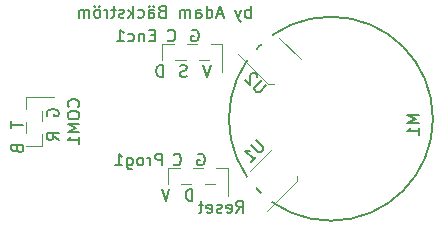
<source format=gbo>
G04 #@! TF.GenerationSoftware,KiCad,Pcbnew,7.0.5-7.0.5~ubuntu22.04.1*
G04 #@! TF.CreationDate,2023-07-07T16:24:56+02:00*
G04 #@! TF.ProjectId,combined,636f6d62-696e-4656-942e-6b696361645f,rev?*
G04 #@! TF.SameCoordinates,Original*
G04 #@! TF.FileFunction,Legend,Bot*
G04 #@! TF.FilePolarity,Positive*
%FSLAX46Y46*%
G04 Gerber Fmt 4.6, Leading zero omitted, Abs format (unit mm)*
G04 Created by KiCad (PCBNEW 7.0.5-7.0.5~ubuntu22.04.1) date 2023-07-07 16:24:56*
%MOMM*%
%LPD*%
G01*
G04 APERTURE LIST*
G04 Aperture macros list*
%AMRoundRect*
0 Rectangle with rounded corners*
0 $1 Rounding radius*
0 $2 $3 $4 $5 $6 $7 $8 $9 X,Y pos of 4 corners*
0 Add a 4 corners polygon primitive as box body*
4,1,4,$2,$3,$4,$5,$6,$7,$8,$9,$2,$3,0*
0 Add four circle primitives for the rounded corners*
1,1,$1+$1,$2,$3*
1,1,$1+$1,$4,$5*
1,1,$1+$1,$6,$7*
1,1,$1+$1,$8,$9*
0 Add four rect primitives between the rounded corners*
20,1,$1+$1,$2,$3,$4,$5,0*
20,1,$1+$1,$4,$5,$6,$7,0*
20,1,$1+$1,$6,$7,$8,$9,0*
20,1,$1+$1,$8,$9,$2,$3,0*%
%AMHorizOval*
0 Thick line with rounded ends*
0 $1 width*
0 $2 $3 position (X,Y) of the first rounded end (center of the circle)*
0 $4 $5 position (X,Y) of the second rounded end (center of the circle)*
0 Add line between two ends*
20,1,$1,$2,$3,$4,$5,0*
0 Add two circle primitives to create the rounded ends*
1,1,$1,$2,$3*
1,1,$1,$4,$5*%
G04 Aperture macros list end*
%ADD10C,0.150000*%
%ADD11C,0.120000*%
%ADD12O,1.550000X0.890000*%
%ADD13O,0.950000X1.250000*%
%ADD14R,1.750000X0.600000*%
%ADD15R,0.600000X1.750000*%
%ADD16C,3.500000*%
%ADD17RoundRect,0.249700X0.566110X0.141421X0.141421X0.566110X-0.566110X-0.141421X-0.141421X-0.566110X0*%
%ADD18HorizOval,1.100000X0.141421X0.141421X-0.141421X-0.141421X0*%
%ADD19RoundRect,0.249700X0.141421X-0.566110X0.566110X-0.141421X-0.141421X0.566110X-0.566110X0.141421X0*%
%ADD20HorizOval,1.100000X-0.141421X0.141421X0.141421X-0.141421X0*%
G04 APERTURE END LIST*
D10*
X77954819Y-33964286D02*
X77954819Y-34535714D01*
X78954819Y-34250000D02*
X77954819Y-34250000D01*
X91690476Y-37609580D02*
X91738095Y-37657200D01*
X91738095Y-37657200D02*
X91880952Y-37704819D01*
X91880952Y-37704819D02*
X91976190Y-37704819D01*
X91976190Y-37704819D02*
X92119047Y-37657200D01*
X92119047Y-37657200D02*
X92214285Y-37561961D01*
X92214285Y-37561961D02*
X92261904Y-37466723D01*
X92261904Y-37466723D02*
X92309523Y-37276247D01*
X92309523Y-37276247D02*
X92309523Y-37133390D01*
X92309523Y-37133390D02*
X92261904Y-36942914D01*
X92261904Y-36942914D02*
X92214285Y-36847676D01*
X92214285Y-36847676D02*
X92119047Y-36752438D01*
X92119047Y-36752438D02*
X91976190Y-36704819D01*
X91976190Y-36704819D02*
X91880952Y-36704819D01*
X91880952Y-36704819D02*
X91738095Y-36752438D01*
X91738095Y-36752438D02*
X91690476Y-36800057D01*
X93738095Y-36752438D02*
X93833333Y-36704819D01*
X93833333Y-36704819D02*
X93976190Y-36704819D01*
X93976190Y-36704819D02*
X94119047Y-36752438D01*
X94119047Y-36752438D02*
X94214285Y-36847676D01*
X94214285Y-36847676D02*
X94261904Y-36942914D01*
X94261904Y-36942914D02*
X94309523Y-37133390D01*
X94309523Y-37133390D02*
X94309523Y-37276247D01*
X94309523Y-37276247D02*
X94261904Y-37466723D01*
X94261904Y-37466723D02*
X94214285Y-37561961D01*
X94214285Y-37561961D02*
X94119047Y-37657200D01*
X94119047Y-37657200D02*
X93976190Y-37704819D01*
X93976190Y-37704819D02*
X93880952Y-37704819D01*
X93880952Y-37704819D02*
X93738095Y-37657200D01*
X93738095Y-37657200D02*
X93690476Y-37609580D01*
X93690476Y-37609580D02*
X93690476Y-37276247D01*
X93690476Y-37276247D02*
X93880952Y-37276247D01*
X91333332Y-39704819D02*
X90999999Y-40704819D01*
X90999999Y-40704819D02*
X90666666Y-39704819D01*
X93261904Y-40704819D02*
X93261904Y-39704819D01*
X93261904Y-39704819D02*
X93023809Y-39704819D01*
X93023809Y-39704819D02*
X92880952Y-39752438D01*
X92880952Y-39752438D02*
X92785714Y-39847676D01*
X92785714Y-39847676D02*
X92738095Y-39942914D01*
X92738095Y-39942914D02*
X92690476Y-40133390D01*
X92690476Y-40133390D02*
X92690476Y-40276247D01*
X92690476Y-40276247D02*
X92738095Y-40466723D01*
X92738095Y-40466723D02*
X92785714Y-40561961D01*
X92785714Y-40561961D02*
X92880952Y-40657200D01*
X92880952Y-40657200D02*
X93023809Y-40704819D01*
X93023809Y-40704819D02*
X93261904Y-40704819D01*
X81954819Y-35559523D02*
X81478628Y-35226190D01*
X81954819Y-34988095D02*
X80954819Y-34988095D01*
X80954819Y-34988095D02*
X80954819Y-35369047D01*
X80954819Y-35369047D02*
X81002438Y-35464285D01*
X81002438Y-35464285D02*
X81050057Y-35511904D01*
X81050057Y-35511904D02*
X81145295Y-35559523D01*
X81145295Y-35559523D02*
X81288152Y-35559523D01*
X81288152Y-35559523D02*
X81383390Y-35511904D01*
X81383390Y-35511904D02*
X81431009Y-35464285D01*
X81431009Y-35464285D02*
X81478628Y-35369047D01*
X81478628Y-35369047D02*
X81478628Y-34988095D01*
X81002438Y-33511904D02*
X80954819Y-33416666D01*
X80954819Y-33416666D02*
X80954819Y-33273809D01*
X80954819Y-33273809D02*
X81002438Y-33130952D01*
X81002438Y-33130952D02*
X81097676Y-33035714D01*
X81097676Y-33035714D02*
X81192914Y-32988095D01*
X81192914Y-32988095D02*
X81383390Y-32940476D01*
X81383390Y-32940476D02*
X81526247Y-32940476D01*
X81526247Y-32940476D02*
X81716723Y-32988095D01*
X81716723Y-32988095D02*
X81811961Y-33035714D01*
X81811961Y-33035714D02*
X81907200Y-33130952D01*
X81907200Y-33130952D02*
X81954819Y-33273809D01*
X81954819Y-33273809D02*
X81954819Y-33369047D01*
X81954819Y-33369047D02*
X81907200Y-33511904D01*
X81907200Y-33511904D02*
X81859580Y-33559523D01*
X81859580Y-33559523D02*
X81526247Y-33559523D01*
X81526247Y-33559523D02*
X81526247Y-33369047D01*
X90761904Y-30204819D02*
X90761904Y-29204819D01*
X90761904Y-29204819D02*
X90523809Y-29204819D01*
X90523809Y-29204819D02*
X90380952Y-29252438D01*
X90380952Y-29252438D02*
X90285714Y-29347676D01*
X90285714Y-29347676D02*
X90238095Y-29442914D01*
X90238095Y-29442914D02*
X90190476Y-29633390D01*
X90190476Y-29633390D02*
X90190476Y-29776247D01*
X90190476Y-29776247D02*
X90238095Y-29966723D01*
X90238095Y-29966723D02*
X90285714Y-30061961D01*
X90285714Y-30061961D02*
X90380952Y-30157200D01*
X90380952Y-30157200D02*
X90523809Y-30204819D01*
X90523809Y-30204819D02*
X90761904Y-30204819D01*
X98193905Y-25194419D02*
X98193905Y-24194419D01*
X98193905Y-24575371D02*
X98098667Y-24527752D01*
X98098667Y-24527752D02*
X97908191Y-24527752D01*
X97908191Y-24527752D02*
X97812953Y-24575371D01*
X97812953Y-24575371D02*
X97765334Y-24622990D01*
X97765334Y-24622990D02*
X97717715Y-24718228D01*
X97717715Y-24718228D02*
X97717715Y-25003942D01*
X97717715Y-25003942D02*
X97765334Y-25099180D01*
X97765334Y-25099180D02*
X97812953Y-25146800D01*
X97812953Y-25146800D02*
X97908191Y-25194419D01*
X97908191Y-25194419D02*
X98098667Y-25194419D01*
X98098667Y-25194419D02*
X98193905Y-25146800D01*
X97384381Y-24527752D02*
X97146286Y-25194419D01*
X96908191Y-24527752D02*
X97146286Y-25194419D01*
X97146286Y-25194419D02*
X97241524Y-25432514D01*
X97241524Y-25432514D02*
X97289143Y-25480133D01*
X97289143Y-25480133D02*
X97384381Y-25527752D01*
X95812952Y-24908704D02*
X95336762Y-24908704D01*
X95908190Y-25194419D02*
X95574857Y-24194419D01*
X95574857Y-24194419D02*
X95241524Y-25194419D01*
X94479619Y-25194419D02*
X94479619Y-24194419D01*
X94479619Y-25146800D02*
X94574857Y-25194419D01*
X94574857Y-25194419D02*
X94765333Y-25194419D01*
X94765333Y-25194419D02*
X94860571Y-25146800D01*
X94860571Y-25146800D02*
X94908190Y-25099180D01*
X94908190Y-25099180D02*
X94955809Y-25003942D01*
X94955809Y-25003942D02*
X94955809Y-24718228D01*
X94955809Y-24718228D02*
X94908190Y-24622990D01*
X94908190Y-24622990D02*
X94860571Y-24575371D01*
X94860571Y-24575371D02*
X94765333Y-24527752D01*
X94765333Y-24527752D02*
X94574857Y-24527752D01*
X94574857Y-24527752D02*
X94479619Y-24575371D01*
X93574857Y-25194419D02*
X93574857Y-24670609D01*
X93574857Y-24670609D02*
X93622476Y-24575371D01*
X93622476Y-24575371D02*
X93717714Y-24527752D01*
X93717714Y-24527752D02*
X93908190Y-24527752D01*
X93908190Y-24527752D02*
X94003428Y-24575371D01*
X93574857Y-25146800D02*
X93670095Y-25194419D01*
X93670095Y-25194419D02*
X93908190Y-25194419D01*
X93908190Y-25194419D02*
X94003428Y-25146800D01*
X94003428Y-25146800D02*
X94051047Y-25051561D01*
X94051047Y-25051561D02*
X94051047Y-24956323D01*
X94051047Y-24956323D02*
X94003428Y-24861085D01*
X94003428Y-24861085D02*
X93908190Y-24813466D01*
X93908190Y-24813466D02*
X93670095Y-24813466D01*
X93670095Y-24813466D02*
X93574857Y-24765847D01*
X93098666Y-25194419D02*
X93098666Y-24527752D01*
X93098666Y-24622990D02*
X93051047Y-24575371D01*
X93051047Y-24575371D02*
X92955809Y-24527752D01*
X92955809Y-24527752D02*
X92812952Y-24527752D01*
X92812952Y-24527752D02*
X92717714Y-24575371D01*
X92717714Y-24575371D02*
X92670095Y-24670609D01*
X92670095Y-24670609D02*
X92670095Y-25194419D01*
X92670095Y-24670609D02*
X92622476Y-24575371D01*
X92622476Y-24575371D02*
X92527238Y-24527752D01*
X92527238Y-24527752D02*
X92384381Y-24527752D01*
X92384381Y-24527752D02*
X92289142Y-24575371D01*
X92289142Y-24575371D02*
X92241523Y-24670609D01*
X92241523Y-24670609D02*
X92241523Y-25194419D01*
X90670095Y-24670609D02*
X90527238Y-24718228D01*
X90527238Y-24718228D02*
X90479619Y-24765847D01*
X90479619Y-24765847D02*
X90432000Y-24861085D01*
X90432000Y-24861085D02*
X90432000Y-25003942D01*
X90432000Y-25003942D02*
X90479619Y-25099180D01*
X90479619Y-25099180D02*
X90527238Y-25146800D01*
X90527238Y-25146800D02*
X90622476Y-25194419D01*
X90622476Y-25194419D02*
X91003428Y-25194419D01*
X91003428Y-25194419D02*
X91003428Y-24194419D01*
X91003428Y-24194419D02*
X90670095Y-24194419D01*
X90670095Y-24194419D02*
X90574857Y-24242038D01*
X90574857Y-24242038D02*
X90527238Y-24289657D01*
X90527238Y-24289657D02*
X90479619Y-24384895D01*
X90479619Y-24384895D02*
X90479619Y-24480133D01*
X90479619Y-24480133D02*
X90527238Y-24575371D01*
X90527238Y-24575371D02*
X90574857Y-24622990D01*
X90574857Y-24622990D02*
X90670095Y-24670609D01*
X90670095Y-24670609D02*
X91003428Y-24670609D01*
X89574857Y-25194419D02*
X89574857Y-24670609D01*
X89574857Y-24670609D02*
X89622476Y-24575371D01*
X89622476Y-24575371D02*
X89717714Y-24527752D01*
X89717714Y-24527752D02*
X89908190Y-24527752D01*
X89908190Y-24527752D02*
X90003428Y-24575371D01*
X89574857Y-25146800D02*
X89670095Y-25194419D01*
X89670095Y-25194419D02*
X89908190Y-25194419D01*
X89908190Y-25194419D02*
X90003428Y-25146800D01*
X90003428Y-25146800D02*
X90051047Y-25051561D01*
X90051047Y-25051561D02*
X90051047Y-24956323D01*
X90051047Y-24956323D02*
X90003428Y-24861085D01*
X90003428Y-24861085D02*
X89908190Y-24813466D01*
X89908190Y-24813466D02*
X89670095Y-24813466D01*
X89670095Y-24813466D02*
X89574857Y-24765847D01*
X90003428Y-24194419D02*
X89955809Y-24242038D01*
X89955809Y-24242038D02*
X90003428Y-24289657D01*
X90003428Y-24289657D02*
X90051047Y-24242038D01*
X90051047Y-24242038D02*
X90003428Y-24194419D01*
X90003428Y-24194419D02*
X90003428Y-24289657D01*
X89622476Y-24194419D02*
X89574857Y-24242038D01*
X89574857Y-24242038D02*
X89622476Y-24289657D01*
X89622476Y-24289657D02*
X89670095Y-24242038D01*
X89670095Y-24242038D02*
X89622476Y-24194419D01*
X89622476Y-24194419D02*
X89622476Y-24289657D01*
X88670095Y-25146800D02*
X88765333Y-25194419D01*
X88765333Y-25194419D02*
X88955809Y-25194419D01*
X88955809Y-25194419D02*
X89051047Y-25146800D01*
X89051047Y-25146800D02*
X89098666Y-25099180D01*
X89098666Y-25099180D02*
X89146285Y-25003942D01*
X89146285Y-25003942D02*
X89146285Y-24718228D01*
X89146285Y-24718228D02*
X89098666Y-24622990D01*
X89098666Y-24622990D02*
X89051047Y-24575371D01*
X89051047Y-24575371D02*
X88955809Y-24527752D01*
X88955809Y-24527752D02*
X88765333Y-24527752D01*
X88765333Y-24527752D02*
X88670095Y-24575371D01*
X88241523Y-25194419D02*
X88241523Y-24194419D01*
X88146285Y-24813466D02*
X87860571Y-25194419D01*
X87860571Y-24527752D02*
X88241523Y-24908704D01*
X87479618Y-25146800D02*
X87384380Y-25194419D01*
X87384380Y-25194419D02*
X87193904Y-25194419D01*
X87193904Y-25194419D02*
X87098666Y-25146800D01*
X87098666Y-25146800D02*
X87051047Y-25051561D01*
X87051047Y-25051561D02*
X87051047Y-25003942D01*
X87051047Y-25003942D02*
X87098666Y-24908704D01*
X87098666Y-24908704D02*
X87193904Y-24861085D01*
X87193904Y-24861085D02*
X87336761Y-24861085D01*
X87336761Y-24861085D02*
X87431999Y-24813466D01*
X87431999Y-24813466D02*
X87479618Y-24718228D01*
X87479618Y-24718228D02*
X87479618Y-24670609D01*
X87479618Y-24670609D02*
X87431999Y-24575371D01*
X87431999Y-24575371D02*
X87336761Y-24527752D01*
X87336761Y-24527752D02*
X87193904Y-24527752D01*
X87193904Y-24527752D02*
X87098666Y-24575371D01*
X86765332Y-24527752D02*
X86384380Y-24527752D01*
X86622475Y-24194419D02*
X86622475Y-25051561D01*
X86622475Y-25051561D02*
X86574856Y-25146800D01*
X86574856Y-25146800D02*
X86479618Y-25194419D01*
X86479618Y-25194419D02*
X86384380Y-25194419D01*
X86051046Y-25194419D02*
X86051046Y-24527752D01*
X86051046Y-24718228D02*
X86003427Y-24622990D01*
X86003427Y-24622990D02*
X85955808Y-24575371D01*
X85955808Y-24575371D02*
X85860570Y-24527752D01*
X85860570Y-24527752D02*
X85765332Y-24527752D01*
X85289141Y-25194419D02*
X85384379Y-25146800D01*
X85384379Y-25146800D02*
X85431998Y-25099180D01*
X85431998Y-25099180D02*
X85479617Y-25003942D01*
X85479617Y-25003942D02*
X85479617Y-24718228D01*
X85479617Y-24718228D02*
X85431998Y-24622990D01*
X85431998Y-24622990D02*
X85384379Y-24575371D01*
X85384379Y-24575371D02*
X85289141Y-24527752D01*
X85289141Y-24527752D02*
X85146284Y-24527752D01*
X85146284Y-24527752D02*
X85051046Y-24575371D01*
X85051046Y-24575371D02*
X85003427Y-24622990D01*
X85003427Y-24622990D02*
X84955808Y-24718228D01*
X84955808Y-24718228D02*
X84955808Y-25003942D01*
X84955808Y-25003942D02*
X85003427Y-25099180D01*
X85003427Y-25099180D02*
X85051046Y-25146800D01*
X85051046Y-25146800D02*
X85146284Y-25194419D01*
X85146284Y-25194419D02*
X85289141Y-25194419D01*
X85384379Y-24194419D02*
X85336760Y-24242038D01*
X85336760Y-24242038D02*
X85384379Y-24289657D01*
X85384379Y-24289657D02*
X85431998Y-24242038D01*
X85431998Y-24242038D02*
X85384379Y-24194419D01*
X85384379Y-24194419D02*
X85384379Y-24289657D01*
X85003427Y-24194419D02*
X84955808Y-24242038D01*
X84955808Y-24242038D02*
X85003427Y-24289657D01*
X85003427Y-24289657D02*
X85051046Y-24242038D01*
X85051046Y-24242038D02*
X85003427Y-24194419D01*
X85003427Y-24194419D02*
X85003427Y-24289657D01*
X84527236Y-25194419D02*
X84527236Y-24527752D01*
X84527236Y-24622990D02*
X84479617Y-24575371D01*
X84479617Y-24575371D02*
X84384379Y-24527752D01*
X84384379Y-24527752D02*
X84241522Y-24527752D01*
X84241522Y-24527752D02*
X84146284Y-24575371D01*
X84146284Y-24575371D02*
X84098665Y-24670609D01*
X84098665Y-24670609D02*
X84098665Y-25194419D01*
X84098665Y-24670609D02*
X84051046Y-24575371D01*
X84051046Y-24575371D02*
X83955808Y-24527752D01*
X83955808Y-24527752D02*
X83812951Y-24527752D01*
X83812951Y-24527752D02*
X83717712Y-24575371D01*
X83717712Y-24575371D02*
X83670093Y-24670609D01*
X83670093Y-24670609D02*
X83670093Y-25194419D01*
X96988095Y-41704819D02*
X97321428Y-41228628D01*
X97559523Y-41704819D02*
X97559523Y-40704819D01*
X97559523Y-40704819D02*
X97178571Y-40704819D01*
X97178571Y-40704819D02*
X97083333Y-40752438D01*
X97083333Y-40752438D02*
X97035714Y-40800057D01*
X97035714Y-40800057D02*
X96988095Y-40895295D01*
X96988095Y-40895295D02*
X96988095Y-41038152D01*
X96988095Y-41038152D02*
X97035714Y-41133390D01*
X97035714Y-41133390D02*
X97083333Y-41181009D01*
X97083333Y-41181009D02*
X97178571Y-41228628D01*
X97178571Y-41228628D02*
X97559523Y-41228628D01*
X96178571Y-41657200D02*
X96273809Y-41704819D01*
X96273809Y-41704819D02*
X96464285Y-41704819D01*
X96464285Y-41704819D02*
X96559523Y-41657200D01*
X96559523Y-41657200D02*
X96607142Y-41561961D01*
X96607142Y-41561961D02*
X96607142Y-41181009D01*
X96607142Y-41181009D02*
X96559523Y-41085771D01*
X96559523Y-41085771D02*
X96464285Y-41038152D01*
X96464285Y-41038152D02*
X96273809Y-41038152D01*
X96273809Y-41038152D02*
X96178571Y-41085771D01*
X96178571Y-41085771D02*
X96130952Y-41181009D01*
X96130952Y-41181009D02*
X96130952Y-41276247D01*
X96130952Y-41276247D02*
X96607142Y-41371485D01*
X95749999Y-41657200D02*
X95654761Y-41704819D01*
X95654761Y-41704819D02*
X95464285Y-41704819D01*
X95464285Y-41704819D02*
X95369047Y-41657200D01*
X95369047Y-41657200D02*
X95321428Y-41561961D01*
X95321428Y-41561961D02*
X95321428Y-41514342D01*
X95321428Y-41514342D02*
X95369047Y-41419104D01*
X95369047Y-41419104D02*
X95464285Y-41371485D01*
X95464285Y-41371485D02*
X95607142Y-41371485D01*
X95607142Y-41371485D02*
X95702380Y-41323866D01*
X95702380Y-41323866D02*
X95749999Y-41228628D01*
X95749999Y-41228628D02*
X95749999Y-41181009D01*
X95749999Y-41181009D02*
X95702380Y-41085771D01*
X95702380Y-41085771D02*
X95607142Y-41038152D01*
X95607142Y-41038152D02*
X95464285Y-41038152D01*
X95464285Y-41038152D02*
X95369047Y-41085771D01*
X94511904Y-41657200D02*
X94607142Y-41704819D01*
X94607142Y-41704819D02*
X94797618Y-41704819D01*
X94797618Y-41704819D02*
X94892856Y-41657200D01*
X94892856Y-41657200D02*
X94940475Y-41561961D01*
X94940475Y-41561961D02*
X94940475Y-41181009D01*
X94940475Y-41181009D02*
X94892856Y-41085771D01*
X94892856Y-41085771D02*
X94797618Y-41038152D01*
X94797618Y-41038152D02*
X94607142Y-41038152D01*
X94607142Y-41038152D02*
X94511904Y-41085771D01*
X94511904Y-41085771D02*
X94464285Y-41181009D01*
X94464285Y-41181009D02*
X94464285Y-41276247D01*
X94464285Y-41276247D02*
X94940475Y-41371485D01*
X94178570Y-41038152D02*
X93797618Y-41038152D01*
X94035713Y-40704819D02*
X94035713Y-41561961D01*
X94035713Y-41561961D02*
X93988094Y-41657200D01*
X93988094Y-41657200D02*
X93892856Y-41704819D01*
X93892856Y-41704819D02*
X93797618Y-41704819D01*
X78431009Y-36321428D02*
X78478628Y-36464285D01*
X78478628Y-36464285D02*
X78526247Y-36511904D01*
X78526247Y-36511904D02*
X78621485Y-36559523D01*
X78621485Y-36559523D02*
X78764342Y-36559523D01*
X78764342Y-36559523D02*
X78859580Y-36511904D01*
X78859580Y-36511904D02*
X78907200Y-36464285D01*
X78907200Y-36464285D02*
X78954819Y-36369047D01*
X78954819Y-36369047D02*
X78954819Y-35988095D01*
X78954819Y-35988095D02*
X77954819Y-35988095D01*
X77954819Y-35988095D02*
X77954819Y-36321428D01*
X77954819Y-36321428D02*
X78002438Y-36416666D01*
X78002438Y-36416666D02*
X78050057Y-36464285D01*
X78050057Y-36464285D02*
X78145295Y-36511904D01*
X78145295Y-36511904D02*
X78240533Y-36511904D01*
X78240533Y-36511904D02*
X78335771Y-36464285D01*
X78335771Y-36464285D02*
X78383390Y-36416666D01*
X78383390Y-36416666D02*
X78431009Y-36321428D01*
X78431009Y-36321428D02*
X78431009Y-35988095D01*
X93238095Y-26252438D02*
X93333333Y-26204819D01*
X93333333Y-26204819D02*
X93476190Y-26204819D01*
X93476190Y-26204819D02*
X93619047Y-26252438D01*
X93619047Y-26252438D02*
X93714285Y-26347676D01*
X93714285Y-26347676D02*
X93761904Y-26442914D01*
X93761904Y-26442914D02*
X93809523Y-26633390D01*
X93809523Y-26633390D02*
X93809523Y-26776247D01*
X93809523Y-26776247D02*
X93761904Y-26966723D01*
X93761904Y-26966723D02*
X93714285Y-27061961D01*
X93714285Y-27061961D02*
X93619047Y-27157200D01*
X93619047Y-27157200D02*
X93476190Y-27204819D01*
X93476190Y-27204819D02*
X93380952Y-27204819D01*
X93380952Y-27204819D02*
X93238095Y-27157200D01*
X93238095Y-27157200D02*
X93190476Y-27109580D01*
X93190476Y-27109580D02*
X93190476Y-26776247D01*
X93190476Y-26776247D02*
X93380952Y-26776247D01*
X91190476Y-27109580D02*
X91238095Y-27157200D01*
X91238095Y-27157200D02*
X91380952Y-27204819D01*
X91380952Y-27204819D02*
X91476190Y-27204819D01*
X91476190Y-27204819D02*
X91619047Y-27157200D01*
X91619047Y-27157200D02*
X91714285Y-27061961D01*
X91714285Y-27061961D02*
X91761904Y-26966723D01*
X91761904Y-26966723D02*
X91809523Y-26776247D01*
X91809523Y-26776247D02*
X91809523Y-26633390D01*
X91809523Y-26633390D02*
X91761904Y-26442914D01*
X91761904Y-26442914D02*
X91714285Y-26347676D01*
X91714285Y-26347676D02*
X91619047Y-26252438D01*
X91619047Y-26252438D02*
X91476190Y-26204819D01*
X91476190Y-26204819D02*
X91380952Y-26204819D01*
X91380952Y-26204819D02*
X91238095Y-26252438D01*
X91238095Y-26252438D02*
X91190476Y-26300057D01*
X92785713Y-30157200D02*
X92642856Y-30204819D01*
X92642856Y-30204819D02*
X92404761Y-30204819D01*
X92404761Y-30204819D02*
X92309523Y-30157200D01*
X92309523Y-30157200D02*
X92261904Y-30109580D01*
X92261904Y-30109580D02*
X92214285Y-30014342D01*
X92214285Y-30014342D02*
X92214285Y-29919104D01*
X92214285Y-29919104D02*
X92261904Y-29823866D01*
X92261904Y-29823866D02*
X92309523Y-29776247D01*
X92309523Y-29776247D02*
X92404761Y-29728628D01*
X92404761Y-29728628D02*
X92595237Y-29681009D01*
X92595237Y-29681009D02*
X92690475Y-29633390D01*
X92690475Y-29633390D02*
X92738094Y-29585771D01*
X92738094Y-29585771D02*
X92785713Y-29490533D01*
X92785713Y-29490533D02*
X92785713Y-29395295D01*
X92785713Y-29395295D02*
X92738094Y-29300057D01*
X92738094Y-29300057D02*
X92690475Y-29252438D01*
X92690475Y-29252438D02*
X92595237Y-29204819D01*
X92595237Y-29204819D02*
X92357142Y-29204819D01*
X92357142Y-29204819D02*
X92214285Y-29252438D01*
X94833332Y-29204819D02*
X94499999Y-30204819D01*
X94499999Y-30204819D02*
X94166666Y-29204819D01*
X83609580Y-32738095D02*
X83657200Y-32690476D01*
X83657200Y-32690476D02*
X83704819Y-32547619D01*
X83704819Y-32547619D02*
X83704819Y-32452381D01*
X83704819Y-32452381D02*
X83657200Y-32309524D01*
X83657200Y-32309524D02*
X83561961Y-32214286D01*
X83561961Y-32214286D02*
X83466723Y-32166667D01*
X83466723Y-32166667D02*
X83276247Y-32119048D01*
X83276247Y-32119048D02*
X83133390Y-32119048D01*
X83133390Y-32119048D02*
X82942914Y-32166667D01*
X82942914Y-32166667D02*
X82847676Y-32214286D01*
X82847676Y-32214286D02*
X82752438Y-32309524D01*
X82752438Y-32309524D02*
X82704819Y-32452381D01*
X82704819Y-32452381D02*
X82704819Y-32547619D01*
X82704819Y-32547619D02*
X82752438Y-32690476D01*
X82752438Y-32690476D02*
X82800057Y-32738095D01*
X82704819Y-33357143D02*
X82704819Y-33547619D01*
X82704819Y-33547619D02*
X82752438Y-33642857D01*
X82752438Y-33642857D02*
X82847676Y-33738095D01*
X82847676Y-33738095D02*
X83038152Y-33785714D01*
X83038152Y-33785714D02*
X83371485Y-33785714D01*
X83371485Y-33785714D02*
X83561961Y-33738095D01*
X83561961Y-33738095D02*
X83657200Y-33642857D01*
X83657200Y-33642857D02*
X83704819Y-33547619D01*
X83704819Y-33547619D02*
X83704819Y-33357143D01*
X83704819Y-33357143D02*
X83657200Y-33261905D01*
X83657200Y-33261905D02*
X83561961Y-33166667D01*
X83561961Y-33166667D02*
X83371485Y-33119048D01*
X83371485Y-33119048D02*
X83038152Y-33119048D01*
X83038152Y-33119048D02*
X82847676Y-33166667D01*
X82847676Y-33166667D02*
X82752438Y-33261905D01*
X82752438Y-33261905D02*
X82704819Y-33357143D01*
X83704819Y-34214286D02*
X82704819Y-34214286D01*
X82704819Y-34214286D02*
X83419104Y-34547619D01*
X83419104Y-34547619D02*
X82704819Y-34880952D01*
X82704819Y-34880952D02*
X83704819Y-34880952D01*
X83704819Y-35880952D02*
X83704819Y-35309524D01*
X83704819Y-35595238D02*
X82704819Y-35595238D01*
X82704819Y-35595238D02*
X82847676Y-35500000D01*
X82847676Y-35500000D02*
X82942914Y-35404762D01*
X82942914Y-35404762D02*
X82990533Y-35309524D01*
X90702380Y-37704819D02*
X90702380Y-36704819D01*
X90702380Y-36704819D02*
X90321428Y-36704819D01*
X90321428Y-36704819D02*
X90226190Y-36752438D01*
X90226190Y-36752438D02*
X90178571Y-36800057D01*
X90178571Y-36800057D02*
X90130952Y-36895295D01*
X90130952Y-36895295D02*
X90130952Y-37038152D01*
X90130952Y-37038152D02*
X90178571Y-37133390D01*
X90178571Y-37133390D02*
X90226190Y-37181009D01*
X90226190Y-37181009D02*
X90321428Y-37228628D01*
X90321428Y-37228628D02*
X90702380Y-37228628D01*
X89702380Y-37704819D02*
X89702380Y-37038152D01*
X89702380Y-37228628D02*
X89654761Y-37133390D01*
X89654761Y-37133390D02*
X89607142Y-37085771D01*
X89607142Y-37085771D02*
X89511904Y-37038152D01*
X89511904Y-37038152D02*
X89416666Y-37038152D01*
X88940475Y-37704819D02*
X89035713Y-37657200D01*
X89035713Y-37657200D02*
X89083332Y-37609580D01*
X89083332Y-37609580D02*
X89130951Y-37514342D01*
X89130951Y-37514342D02*
X89130951Y-37228628D01*
X89130951Y-37228628D02*
X89083332Y-37133390D01*
X89083332Y-37133390D02*
X89035713Y-37085771D01*
X89035713Y-37085771D02*
X88940475Y-37038152D01*
X88940475Y-37038152D02*
X88797618Y-37038152D01*
X88797618Y-37038152D02*
X88702380Y-37085771D01*
X88702380Y-37085771D02*
X88654761Y-37133390D01*
X88654761Y-37133390D02*
X88607142Y-37228628D01*
X88607142Y-37228628D02*
X88607142Y-37514342D01*
X88607142Y-37514342D02*
X88654761Y-37609580D01*
X88654761Y-37609580D02*
X88702380Y-37657200D01*
X88702380Y-37657200D02*
X88797618Y-37704819D01*
X88797618Y-37704819D02*
X88940475Y-37704819D01*
X87749999Y-37038152D02*
X87749999Y-37847676D01*
X87749999Y-37847676D02*
X87797618Y-37942914D01*
X87797618Y-37942914D02*
X87845237Y-37990533D01*
X87845237Y-37990533D02*
X87940475Y-38038152D01*
X87940475Y-38038152D02*
X88083332Y-38038152D01*
X88083332Y-38038152D02*
X88178570Y-37990533D01*
X87749999Y-37657200D02*
X87845237Y-37704819D01*
X87845237Y-37704819D02*
X88035713Y-37704819D01*
X88035713Y-37704819D02*
X88130951Y-37657200D01*
X88130951Y-37657200D02*
X88178570Y-37609580D01*
X88178570Y-37609580D02*
X88226189Y-37514342D01*
X88226189Y-37514342D02*
X88226189Y-37228628D01*
X88226189Y-37228628D02*
X88178570Y-37133390D01*
X88178570Y-37133390D02*
X88130951Y-37085771D01*
X88130951Y-37085771D02*
X88035713Y-37038152D01*
X88035713Y-37038152D02*
X87845237Y-37038152D01*
X87845237Y-37038152D02*
X87749999Y-37085771D01*
X86749999Y-37704819D02*
X87321427Y-37704819D01*
X87035713Y-37704819D02*
X87035713Y-36704819D01*
X87035713Y-36704819D02*
X87130951Y-36847676D01*
X87130951Y-36847676D02*
X87226189Y-36942914D01*
X87226189Y-36942914D02*
X87321427Y-36990533D01*
X90071428Y-26681009D02*
X89738095Y-26681009D01*
X89595238Y-27204819D02*
X90071428Y-27204819D01*
X90071428Y-27204819D02*
X90071428Y-26204819D01*
X90071428Y-26204819D02*
X89595238Y-26204819D01*
X89166666Y-26538152D02*
X89166666Y-27204819D01*
X89166666Y-26633390D02*
X89119047Y-26585771D01*
X89119047Y-26585771D02*
X89023809Y-26538152D01*
X89023809Y-26538152D02*
X88880952Y-26538152D01*
X88880952Y-26538152D02*
X88785714Y-26585771D01*
X88785714Y-26585771D02*
X88738095Y-26681009D01*
X88738095Y-26681009D02*
X88738095Y-27204819D01*
X87833333Y-27157200D02*
X87928571Y-27204819D01*
X87928571Y-27204819D02*
X88119047Y-27204819D01*
X88119047Y-27204819D02*
X88214285Y-27157200D01*
X88214285Y-27157200D02*
X88261904Y-27109580D01*
X88261904Y-27109580D02*
X88309523Y-27014342D01*
X88309523Y-27014342D02*
X88309523Y-26728628D01*
X88309523Y-26728628D02*
X88261904Y-26633390D01*
X88261904Y-26633390D02*
X88214285Y-26585771D01*
X88214285Y-26585771D02*
X88119047Y-26538152D01*
X88119047Y-26538152D02*
X87928571Y-26538152D01*
X87928571Y-26538152D02*
X87833333Y-26585771D01*
X86880952Y-27204819D02*
X87452380Y-27204819D01*
X87166666Y-27204819D02*
X87166666Y-26204819D01*
X87166666Y-26204819D02*
X87261904Y-26347676D01*
X87261904Y-26347676D02*
X87357142Y-26442914D01*
X87357142Y-26442914D02*
X87452380Y-26490533D01*
X112454819Y-33440476D02*
X111454819Y-33440476D01*
X111454819Y-33440476D02*
X112169104Y-33773809D01*
X112169104Y-33773809D02*
X111454819Y-34107142D01*
X111454819Y-34107142D02*
X112454819Y-34107142D01*
X112454819Y-35107142D02*
X112454819Y-34535714D01*
X112454819Y-34821428D02*
X111454819Y-34821428D01*
X111454819Y-34821428D02*
X111597676Y-34726190D01*
X111597676Y-34726190D02*
X111692914Y-34630952D01*
X111692914Y-34630952D02*
X111740533Y-34535714D01*
X98653246Y-35575750D02*
X99225666Y-36148170D01*
X99225666Y-36148170D02*
X99259338Y-36249185D01*
X99259338Y-36249185D02*
X99259338Y-36316529D01*
X99259338Y-36316529D02*
X99225666Y-36417544D01*
X99225666Y-36417544D02*
X99090979Y-36552231D01*
X99090979Y-36552231D02*
X98989964Y-36585903D01*
X98989964Y-36585903D02*
X98922620Y-36585903D01*
X98922620Y-36585903D02*
X98821605Y-36552231D01*
X98821605Y-36552231D02*
X98249185Y-35979811D01*
X98249185Y-37394025D02*
X98653246Y-36989964D01*
X98451216Y-37191994D02*
X97744109Y-36484888D01*
X97744109Y-36484888D02*
X97912468Y-36518559D01*
X97912468Y-36518559D02*
X98047155Y-36518559D01*
X98047155Y-36518559D02*
X98148170Y-36484888D01*
X99527802Y-30878120D02*
X98955382Y-31450540D01*
X98955382Y-31450540D02*
X98854367Y-31484212D01*
X98854367Y-31484212D02*
X98787023Y-31484212D01*
X98787023Y-31484212D02*
X98686008Y-31450540D01*
X98686008Y-31450540D02*
X98551321Y-31315853D01*
X98551321Y-31315853D02*
X98517649Y-31214838D01*
X98517649Y-31214838D02*
X98517649Y-31147494D01*
X98517649Y-31147494D02*
X98551321Y-31046479D01*
X98551321Y-31046479D02*
X99123741Y-30474059D01*
X98753351Y-30238357D02*
X98753351Y-30171014D01*
X98753351Y-30171014D02*
X98719680Y-30069998D01*
X98719680Y-30069998D02*
X98551321Y-29901640D01*
X98551321Y-29901640D02*
X98450306Y-29867968D01*
X98450306Y-29867968D02*
X98382962Y-29867968D01*
X98382962Y-29867968D02*
X98281947Y-29901640D01*
X98281947Y-29901640D02*
X98214603Y-29968983D01*
X98214603Y-29968983D02*
X98147260Y-30103670D01*
X98147260Y-30103670D02*
X98147260Y-30911792D01*
X98147260Y-30911792D02*
X97709527Y-30474059D01*
D11*
X80570000Y-36060000D02*
X79180000Y-36060000D01*
X80570000Y-35060000D02*
X80570000Y-36060000D01*
X80570000Y-33060000D02*
X80570000Y-33940000D01*
X80570000Y-31940000D02*
X81565000Y-31940000D01*
X80570000Y-31940000D02*
X80570000Y-31940000D01*
X80570000Y-31940000D02*
X79180000Y-31940000D01*
X79180000Y-36060000D02*
X79180000Y-36060000D01*
X79180000Y-34060000D02*
X79180000Y-34940000D01*
X79180000Y-31940000D02*
X79180000Y-32940000D01*
X91190000Y-39320000D02*
X91190000Y-37930000D01*
X93190000Y-39320000D02*
X92310000Y-39320000D01*
X95190000Y-39320000D02*
X94310000Y-39320000D01*
X96310000Y-39320000D02*
X96310000Y-40315000D01*
X96310000Y-39320000D02*
X96310000Y-39320000D01*
X96310000Y-39320000D02*
X96310000Y-37930000D01*
X91190000Y-37930000D02*
X91190000Y-37930000D01*
X92190000Y-37930000D02*
X91190000Y-37930000D01*
X94190000Y-37930000D02*
X93310000Y-37930000D01*
X96310000Y-37930000D02*
X95310000Y-37930000D01*
X90690000Y-28820000D02*
X90690000Y-27430000D01*
X92690000Y-28820000D02*
X91810000Y-28820000D01*
X94690000Y-28820000D02*
X93810000Y-28820000D01*
X95810000Y-28820000D02*
X95810000Y-29815000D01*
X95810000Y-28820000D02*
X95810000Y-28820000D01*
X95810000Y-28820000D02*
X95810000Y-27430000D01*
X90690000Y-27430000D02*
X90690000Y-27430000D01*
X91690000Y-27430000D02*
X90690000Y-27430000D01*
X93690000Y-27430000D02*
X92810000Y-27430000D01*
X95810000Y-27430000D02*
X94810000Y-27430000D01*
D10*
X113636934Y-33750000D02*
G75*
G03*
X113636934Y-33750000I-8636934J0D01*
G01*
D11*
X102095082Y-39064573D02*
X99563640Y-41596016D01*
X102095082Y-38597883D02*
X102095082Y-39064573D01*
X98142355Y-38152405D02*
X99980833Y-36313928D01*
X99685427Y-30845082D02*
X97153984Y-28313640D01*
X100152117Y-30845082D02*
X99685427Y-30845082D01*
X100597595Y-26892355D02*
X102436072Y-28730833D01*
%LPC*%
D12*
X78950000Y-30250000D03*
D13*
X81650000Y-31250000D03*
X81650000Y-36250000D03*
D12*
X78950000Y-37250000D03*
D14*
X80750000Y-32500000D03*
X79000000Y-33500000D03*
X80750000Y-34500000D03*
X79000000Y-35500000D03*
D15*
X95750000Y-39500000D03*
X94750000Y-37750000D03*
X93750000Y-39500000D03*
X92750000Y-37750000D03*
X91750000Y-39500000D03*
X95250000Y-29000000D03*
X94250000Y-27250000D03*
X93250000Y-29000000D03*
X92250000Y-27250000D03*
X91250000Y-29000000D03*
D16*
X105000000Y-40250000D03*
X105000000Y-27250000D03*
D17*
X99500000Y-40500000D03*
D18*
X102328427Y-37671573D03*
X98227208Y-39227208D03*
X101055635Y-36398781D03*
D19*
X98250000Y-28250000D03*
D20*
X101078427Y-31078427D03*
X99522792Y-26977208D03*
X102351219Y-29805635D03*
%LPD*%
M02*

</source>
